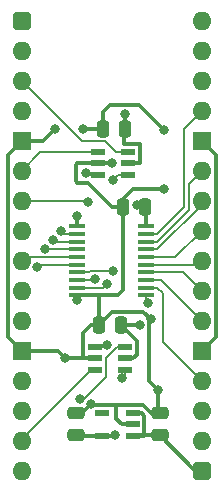
<source format=gtl>
%TF.GenerationSoftware,KiCad,Pcbnew,8.0.7*%
%TF.CreationDate,2025-01-07T18:02:57+02:00*%
%TF.ProjectId,Video Signals Output,56696465-6f20-4536-9967-6e616c73204f,V0*%
%TF.SameCoordinates,Original*%
%TF.FileFunction,Copper,L1,Top*%
%TF.FilePolarity,Positive*%
%FSLAX46Y46*%
G04 Gerber Fmt 4.6, Leading zero omitted, Abs format (unit mm)*
G04 Created by KiCad (PCBNEW 8.0.7) date 2025-01-07 18:02:57*
%MOMM*%
%LPD*%
G01*
G04 APERTURE LIST*
G04 Aperture macros list*
%AMRoundRect*
0 Rectangle with rounded corners*
0 $1 Rounding radius*
0 $2 $3 $4 $5 $6 $7 $8 $9 X,Y pos of 4 corners*
0 Add a 4 corners polygon primitive as box body*
4,1,4,$2,$3,$4,$5,$6,$7,$8,$9,$2,$3,0*
0 Add four circle primitives for the rounded corners*
1,1,$1+$1,$2,$3*
1,1,$1+$1,$4,$5*
1,1,$1+$1,$6,$7*
1,1,$1+$1,$8,$9*
0 Add four rect primitives between the rounded corners*
20,1,$1+$1,$2,$3,$4,$5,0*
20,1,$1+$1,$4,$5,$6,$7,0*
20,1,$1+$1,$6,$7,$8,$9,0*
20,1,$1+$1,$8,$9,$2,$3,0*%
G04 Aperture macros list end*
%TA.AperFunction,SMDPad,CuDef*%
%ADD10RoundRect,0.250000X0.250000X0.475000X-0.250000X0.475000X-0.250000X-0.475000X0.250000X-0.475000X0*%
%TD*%
%TA.AperFunction,SMDPad,CuDef*%
%ADD11R,1.475000X0.450000*%
%TD*%
%TA.AperFunction,SMDPad,CuDef*%
%ADD12RoundRect,0.250000X0.475000X-0.250000X0.475000X0.250000X-0.475000X0.250000X-0.475000X-0.250000X0*%
%TD*%
%TA.AperFunction,SMDPad,CuDef*%
%ADD13R,1.250000X0.600000*%
%TD*%
%TA.AperFunction,SMDPad,CuDef*%
%ADD14R,1.150000X0.600000*%
%TD*%
%TA.AperFunction,ComponentPad*%
%ADD15RoundRect,0.400000X-0.400000X-0.400000X0.400000X-0.400000X0.400000X0.400000X-0.400000X0.400000X0*%
%TD*%
%TA.AperFunction,ComponentPad*%
%ADD16O,1.600000X1.600000*%
%TD*%
%TA.AperFunction,ComponentPad*%
%ADD17R,1.600000X1.600000*%
%TD*%
%TA.AperFunction,ViaPad*%
%ADD18C,0.800000*%
%TD*%
%TA.AperFunction,Conductor*%
%ADD19C,0.380000*%
%TD*%
%TA.AperFunction,Conductor*%
%ADD20C,0.200000*%
%TD*%
G04 APERTURE END LIST*
D10*
%TO.P,C5,1*%
%TO.N,/3.3V*%
X8751000Y-9144000D03*
%TO.P,C5,2*%
%TO.N,/GND*%
X6851000Y-9144000D03*
%TD*%
D11*
%TO.P,IC1,1,~{OE}*%
%TO.N,/GND*%
X4682000Y-17395000D03*
%TO.P,IC1,2,D0*%
%TO.N,/Last Row + 1*%
X4682000Y-18045000D03*
%TO.P,IC1,3,D1*%
%TO.N,/First Row*%
X4682000Y-18695000D03*
%TO.P,IC1,4,D2*%
%TO.N,/Last Pixel + 1*%
X4682000Y-19345000D03*
%TO.P,IC1,5,D3*%
%TO.N,/First Pixel*%
X4682000Y-19995000D03*
%TO.P,IC1,6,D4*%
%TO.N,/Vertical Blank*%
X4682000Y-20645000D03*
%TO.P,IC1,7,D5*%
%TO.N,/Vertical Sync _{SEL}*%
X4682000Y-21295000D03*
%TO.P,IC1,8,D6*%
%TO.N,/Horizontal Blank*%
X4682000Y-21945000D03*
%TO.P,IC1,9,D7*%
%TO.N,/Horizontal Sync _{SEL}*%
X4682000Y-22595000D03*
%TO.P,IC1,10,GND*%
%TO.N,/GND*%
X4682000Y-23245000D03*
%TO.P,IC1,11,CP*%
%TO.N,/CLK*%
X10558000Y-23245000D03*
%TO.P,IC1,12,Q7*%
%TO.N,/Last Row + 1 _{HALF CYCLE}*%
X10558000Y-22595000D03*
%TO.P,IC1,13,Q6*%
%TO.N,/First Row _{HALF CYCLE}*%
X10558000Y-21945000D03*
%TO.P,IC1,14,Q5*%
%TO.N,/Last Pixel + 1 _{HALF CYCLE}*%
X10558000Y-21295000D03*
%TO.P,IC1,15,Q4*%
%TO.N,/First Pixel _{HALF CYCLE}*%
X10558000Y-20645000D03*
%TO.P,IC1,16,Q3*%
%TO.N,/Vertical Blank _{HALF CYCLE}*%
X10558000Y-19995000D03*
%TO.P,IC1,17,Q2*%
%TO.N,/Vertical Sync _{HALF CYCLE}*%
X10558000Y-19345000D03*
%TO.P,IC1,18,Q1*%
%TO.N,/Horizontal Blank _{HALF CYCLE}*%
X10558000Y-18695000D03*
%TO.P,IC1,19,Q0*%
%TO.N,/Horizontal Sync _{HALF CYCLE}*%
X10558000Y-18045000D03*
%TO.P,IC1,20,3V*%
%TO.N,/3.3V*%
X10558000Y-17395000D03*
%TD*%
D10*
%TO.P,C3,1*%
%TO.N,/3.3V*%
X10459000Y-15748000D03*
%TO.P,C3,2*%
%TO.N,/GND*%
X8559000Y-15748000D03*
%TD*%
%TO.P,C4,1*%
%TO.N,/3.3V*%
X8427000Y-25781000D03*
%TO.P,C4,2*%
%TO.N,/GND*%
X6527000Y-25781000D03*
%TD*%
D12*
%TO.P,C2,1*%
%TO.N,/3.3V*%
X4572000Y-35096999D03*
%TO.P,C2,2*%
%TO.N,/GND*%
X4572000Y-33196999D03*
%TD*%
%TO.P,C1,1*%
%TO.N,/5V*%
X11683999Y-35097000D03*
%TO.P,C1,2*%
%TO.N,/GND*%
X11683999Y-33197000D03*
%TD*%
D13*
%TO.P,IC3,1,I1*%
%TO.N,/~{Vertical Sync}*%
X6222000Y-27625000D03*
%TO.P,IC3,2,GND*%
%TO.N,/GND*%
X6222000Y-28575000D03*
%TO.P,IC3,3,I0*%
%TO.N,/Vertical Sync*%
X6222000Y-29525000D03*
%TO.P,IC3,4,Y*%
%TO.N,/Vertical Sync _{SEL}*%
X8722000Y-29525000D03*
%TO.P,IC3,5,3V*%
%TO.N,/3.3V*%
X8722000Y-28575000D03*
%TO.P,IC3,6,S*%
%TO.N,/Vertical Sync Polarity*%
X8722000Y-27625000D03*
%TD*%
D14*
%TO.P,IC4,1,6VIn*%
%TO.N,/5V*%
X9428000Y-35113000D03*
%TO.P,IC4,2,GND*%
%TO.N,/GND*%
X9428000Y-34163000D03*
%TO.P,IC4,3,EN*%
%TO.N,/5V*%
X9428000Y-33213000D03*
%TO.P,IC4,4,ADJ*%
%TO.N,unconnected-(IC4-ADJ-Pad4)*%
X6828000Y-33213000D03*
%TO.P,IC4,5,3.3VOut*%
%TO.N,/3.3V*%
X6828000Y-35113000D03*
%TD*%
D13*
%TO.P,IC2,1,I1*%
%TO.N,/~{Horizontal Sync}*%
X6476000Y-11115000D03*
%TO.P,IC2,2,GND*%
%TO.N,/GND*%
X6476000Y-12065000D03*
%TO.P,IC2,3,I0*%
%TO.N,/Horizontal Sync*%
X6476000Y-13015000D03*
%TO.P,IC2,4,Y*%
%TO.N,/Horizontal Sync _{SEL}*%
X8976000Y-13015000D03*
%TO.P,IC2,5,3V*%
%TO.N,/3.3V*%
X8976000Y-12065000D03*
%TO.P,IC2,6,S*%
%TO.N,/Horizontal Sync Polarity*%
X8976000Y-11115000D03*
%TD*%
D15*
%TO.P,J1,1,Pin_1*%
%TO.N,/5V*%
X0Y0D03*
D16*
%TO.P,J1,2,Pin_2*%
%TO.N,/CLK*%
X0Y-2540000D03*
%TO.P,J1,3,Pin_3*%
%TO.N,/Horizontal Sync Polarity*%
X0Y-5080000D03*
%TO.P,J1,4,Pin_4*%
%TO.N,/Horizontal Sync*%
X0Y-7620000D03*
D17*
%TO.P,J1,5,Pin_5*%
%TO.N,/GND*%
X0Y-10160000D03*
D16*
%TO.P,J1,6,Pin_6*%
%TO.N,/~{Horizontal Sync}*%
X0Y-12700000D03*
%TO.P,J1,7,Pin_7*%
%TO.N,/Horizontal Blank*%
X0Y-15240000D03*
%TO.P,J1,8,Pin_8*%
%TO.N,/Vertical Blank*%
X0Y-17780000D03*
%TO.P,J1,9,Pin_9*%
%TO.N,/First Pixel*%
X0Y-20320000D03*
%TO.P,J1,10,Pin_10*%
%TO.N,/Last Pixel + 1*%
X0Y-22860000D03*
%TO.P,J1,11,Pin_11*%
%TO.N,/First Row*%
X0Y-25400000D03*
D17*
%TO.P,J1,12,Pin_12*%
%TO.N,/GND*%
X0Y-27940000D03*
D16*
%TO.P,J1,13,Pin_13*%
%TO.N,/Last Row + 1*%
X0Y-30480000D03*
%TO.P,J1,14,Pin_14*%
%TO.N,/Vertical Sync Polarity*%
X0Y-33020000D03*
%TO.P,J1,15,Pin_15*%
%TO.N,/Vertical Sync*%
X0Y-35560000D03*
%TO.P,J1,16,Pin_16*%
%TO.N,/~{Vertical Sync}*%
X0Y-38100000D03*
D15*
%TO.P,J1,17,Pin_17*%
%TO.N,/5V*%
X15240000Y-38100000D03*
D16*
%TO.P,J1,18,Pin_18*%
%TO.N,unconnected-(J1-Pin_18-Pad18)*%
X15240000Y-35560000D03*
%TO.P,J1,19,Pin_19*%
%TO.N,unconnected-(J1-Pin_19-Pad19)*%
X15240000Y-33020000D03*
%TO.P,J1,20,Pin_20*%
%TO.N,/Last Row + 1 _{HALF CYCLE}*%
X15240000Y-30480000D03*
D17*
%TO.P,J1,21,Pin_21*%
%TO.N,/GND*%
X15240000Y-27940000D03*
D16*
%TO.P,J1,22,Pin_22*%
%TO.N,/First Row _{HALF CYCLE}*%
X15240000Y-25400000D03*
%TO.P,J1,23,Pin_23*%
%TO.N,/Last Pixel + 1 _{HALF CYCLE}*%
X15240000Y-22860000D03*
%TO.P,J1,24,Pin_24*%
%TO.N,/First Pixel _{HALF CYCLE}*%
X15240000Y-20320000D03*
%TO.P,J1,25,Pin_25*%
%TO.N,/Vertical Blank _{HALF CYCLE}*%
X15240000Y-17780000D03*
%TO.P,J1,26,Pin_26*%
%TO.N,/Vertical Sync _{HALF CYCLE}*%
X15240000Y-15240000D03*
%TO.P,J1,27,Pin_27*%
%TO.N,/Horizontal Blank _{HALF CYCLE}*%
X15240000Y-12700000D03*
D17*
%TO.P,J1,28,Pin_28*%
%TO.N,/GND*%
X15240000Y-10160000D03*
D16*
%TO.P,J1,29,Pin_29*%
%TO.N,/Horizontal Sync _{HALF CYCLE}*%
X15240000Y-7620000D03*
%TO.P,J1,30,Pin_30*%
%TO.N,unconnected-(J1-Pin_30-Pad30)*%
X15240000Y-5080000D03*
%TO.P,J1,31,Pin_31*%
%TO.N,unconnected-(J1-Pin_31-Pad31)*%
X15240000Y-2540000D03*
%TO.P,J1,32,Pin_32*%
%TO.N,unconnected-(J1-Pin_32-Pad32)*%
X15240000Y0D03*
%TD*%
D18*
%TO.N,/GND*%
X11557000Y-31242000D03*
X12065000Y-14224000D03*
X2794000Y-9144000D03*
X4699000Y-16510000D03*
X3683004Y-28574998D03*
X12065000Y-9271000D03*
X5207000Y-9144000D03*
X7620000Y-12065000D03*
X10922000Y-25273000D03*
X5889328Y-32423705D03*
X4699000Y-23622000D03*
%TO.N,/3.3V*%
X10005000Y-25781000D03*
X9779000Y-15621004D03*
X7874000Y-35052000D03*
X8760125Y-7902000D03*
%TO.N,/Last Row + 1*%
X3371943Y-17797709D03*
%TO.N,/First Row*%
X2668074Y-18540765D03*
%TO.N,/Last Pixel + 1*%
X2011466Y-19295000D03*
%TO.N,/Vertical Blank*%
X1311466Y-20828000D03*
%TO.N,/Vertical Sync _{SEL}*%
X8509000Y-30226000D03*
X7769000Y-21181418D03*
%TO.N,/Horizontal Blank*%
X5588000Y-15367000D03*
X6223000Y-21895000D03*
%TO.N,/Horizontal Sync _{SEL}*%
X7747000Y-13462000D03*
X7187500Y-22276500D03*
%TO.N,/Horizontal Sync*%
X5460994Y-12926000D03*
%TO.N,/~{Vertical Sync}*%
X7243752Y-27446785D03*
%TO.N,/Vertical Sync Polarity*%
X4952998Y-32004000D03*
%TO.N,/CLK*%
X10668000Y-23876000D03*
%TD*%
D19*
%TO.N,/5V*%
X10383000Y-35113000D02*
X9428000Y-35113000D01*
X11683999Y-35097000D02*
X9444000Y-35097000D01*
X10393000Y-33438244D02*
X10393000Y-35103000D01*
X10393000Y-35103000D02*
X10383000Y-35113000D01*
X10167756Y-33213000D02*
X10393000Y-33438244D01*
X9428000Y-33213000D02*
X10167756Y-33213000D01*
X14686999Y-38100000D02*
X11683999Y-35097000D01*
%TO.N,/GND*%
X10972000Y-33197000D02*
X11683999Y-33197000D01*
X6222000Y-28575000D02*
X3683006Y-28575000D01*
X1778000Y-10160000D02*
X2794000Y-9144000D01*
X6477000Y-23245000D02*
X4682000Y-23245000D01*
X-1190000Y-26750000D02*
X0Y-27940000D01*
X5207000Y-28448000D02*
X5334000Y-28575000D01*
X6851000Y-9144000D02*
X6851000Y-7754000D01*
X8559000Y-22810000D02*
X8124000Y-23245000D01*
X8001000Y-33691000D02*
X8001000Y-32523000D01*
X-1190000Y-11350000D02*
X-1190000Y-26750000D01*
X5988623Y-32523000D02*
X5889328Y-32423705D01*
X16430000Y-26750000D02*
X15240000Y-27940000D01*
X9428000Y-34163000D02*
X8473000Y-34163000D01*
X4699000Y-13716000D02*
X5588000Y-13716000D01*
X6851000Y-7754000D02*
X7493000Y-7112000D01*
X8473000Y-34163000D02*
X8001000Y-33691000D01*
X5207000Y-9144000D02*
X6851000Y-9144000D01*
X6476000Y-12065000D02*
X4699000Y-12065000D01*
X11557000Y-33070001D02*
X11557000Y-31242000D01*
X8124000Y-23245000D02*
X6477000Y-23245000D01*
X5207000Y-26416000D02*
X5207000Y-28448000D01*
X0Y-10160000D02*
X1778000Y-10160000D01*
X7642000Y-24666000D02*
X10315000Y-24666000D01*
X6527000Y-25781000D02*
X7642000Y-24666000D01*
X9906000Y-7112000D02*
X12065000Y-9271000D01*
X10795000Y-30480000D02*
X10795000Y-25400000D01*
X8001000Y-32523000D02*
X10298000Y-32523000D01*
X7493000Y-7112000D02*
X9906000Y-7112000D01*
X6527000Y-23295000D02*
X6477000Y-23245000D01*
X0Y-27940000D02*
X3048006Y-27940000D01*
X5588000Y-13716000D02*
X7620000Y-15748000D01*
X10315000Y-24666000D02*
X10922000Y-25273000D01*
X4572000Y-33196999D02*
X5116034Y-33196999D01*
X4572000Y-12192000D02*
X4572000Y-13589000D01*
X3048006Y-27940000D02*
X3683004Y-28574998D01*
X8559000Y-15063000D02*
X9398000Y-14224000D01*
X8559000Y-15748000D02*
X8559000Y-22810000D01*
X3683006Y-28575000D02*
X3683004Y-28574998D01*
X4699000Y-16510000D02*
X4699000Y-17378000D01*
X9398000Y-14224000D02*
X12065000Y-14224000D01*
X4699000Y-12065000D02*
X4572000Y-12192000D01*
X7620000Y-15748000D02*
X8559000Y-15748000D01*
X10298000Y-32523000D02*
X10972000Y-33197000D01*
X16430000Y-11350000D02*
X16430000Y-26750000D01*
X10795000Y-25400000D02*
X10922000Y-25273000D01*
X6527000Y-25781000D02*
X5842000Y-25781000D01*
X5842000Y-25781000D02*
X5207000Y-26416000D01*
X15240000Y-10160000D02*
X16430000Y-11350000D01*
X4572000Y-13589000D02*
X4699000Y-13716000D01*
X8559000Y-15748000D02*
X8559000Y-15063000D01*
X6476000Y-12065000D02*
X7620000Y-12065000D01*
X4699000Y-23622000D02*
X4699000Y-23262000D01*
X5116034Y-33196999D02*
X5889328Y-32423705D01*
X11557000Y-31242000D02*
X10795000Y-30480000D01*
X5334000Y-28575000D02*
X6222000Y-28575000D01*
X6527000Y-25781000D02*
X6527000Y-23295000D01*
X8001000Y-32523000D02*
X5988623Y-32523000D01*
X0Y-10160000D02*
X-1190000Y-11350000D01*
%TO.N,/3.3V*%
X8760125Y-9134875D02*
X8760125Y-7902000D01*
X10558000Y-17395000D02*
X10558000Y-15847000D01*
X8427000Y-25781000D02*
X9737000Y-27091000D01*
X9981000Y-12065000D02*
X9991000Y-12055000D01*
X6828000Y-35113000D02*
X7813000Y-35113000D01*
X8976000Y-12065000D02*
X9981000Y-12065000D01*
X8636000Y-10414000D02*
X8636000Y-9259000D01*
X9905996Y-15748000D02*
X9779000Y-15621004D01*
X9991000Y-12055000D02*
X9991000Y-10425000D01*
X9423771Y-28575000D02*
X8722000Y-28575000D01*
X6828000Y-35113000D02*
X4588001Y-35113000D01*
X8427000Y-25781000D02*
X10005000Y-25781000D01*
X9980000Y-10414000D02*
X8636000Y-10414000D01*
X7813000Y-35113000D02*
X7874000Y-35052000D01*
X9991000Y-10425000D02*
X9980000Y-10414000D01*
X9737000Y-27091000D02*
X9737000Y-28261771D01*
X9737000Y-28261771D02*
X9423771Y-28575000D01*
X10459000Y-15748000D02*
X9905996Y-15748000D01*
D20*
%TO.N,/Last Row + 1*%
X4682000Y-18045000D02*
X3619234Y-18045000D01*
X3619234Y-18045000D02*
X3371943Y-17797709D01*
%TO.N,/First Row*%
X2822309Y-18695000D02*
X2668074Y-18540765D01*
X4682000Y-18695000D02*
X2822309Y-18695000D01*
%TO.N,/Last Pixel + 1*%
X2061466Y-19345000D02*
X2011466Y-19295000D01*
X4682000Y-19345000D02*
X2061466Y-19345000D01*
%TO.N,/First Pixel*%
X4682000Y-19995000D02*
X325000Y-19995000D01*
%TO.N,/Vertical Blank*%
X1494466Y-20645000D02*
X1311466Y-20828000D01*
X4682000Y-20645000D02*
X1494466Y-20645000D01*
%TO.N,/Vertical Sync _{SEL}*%
X8722000Y-30013000D02*
X8509000Y-30226000D01*
X8722000Y-29525000D02*
X8722000Y-30013000D01*
X5842000Y-21181418D02*
X7769000Y-21181418D01*
X5728418Y-21295000D02*
X5842000Y-21181418D01*
X4682000Y-21295000D02*
X5728418Y-21295000D01*
%TO.N,/Horizontal Blank*%
X5461000Y-15240000D02*
X5588000Y-15367000D01*
X0Y-15240000D02*
X5461000Y-15240000D01*
X6173000Y-21945000D02*
X6223000Y-21895000D01*
X4682000Y-21945000D02*
X6173000Y-21945000D01*
%TO.N,/Horizontal Sync _{SEL}*%
X6869000Y-22595000D02*
X7187500Y-22276500D01*
X8976000Y-13015000D02*
X8194000Y-13015000D01*
X8194000Y-13015000D02*
X7747000Y-13462000D01*
X4682000Y-22595000D02*
X6869000Y-22595000D01*
%TO.N,/Horizontal Sync _{HALF CYCLE}*%
X11495500Y-18045000D02*
X13740000Y-15800500D01*
X10558000Y-18045000D02*
X11495500Y-18045000D01*
X13740000Y-15800500D02*
X13740000Y-9120000D01*
X13740000Y-9120000D02*
X15240000Y-7620000D01*
%TO.N,/Horizontal Blank _{HALF CYCLE}*%
X10558000Y-18695000D02*
X11495500Y-18695000D01*
X14140000Y-13800000D02*
X15240000Y-12700000D01*
X14140000Y-16050500D02*
X14140000Y-13800000D01*
X11495500Y-18695000D02*
X14140000Y-16050500D01*
%TO.N,/Vertical Sync _{HALF CYCLE}*%
X11495500Y-19345000D02*
X15240000Y-15600500D01*
X10558000Y-19345000D02*
X11495500Y-19345000D01*
%TO.N,/Vertical Blank _{HALF CYCLE}*%
X15240000Y-17780000D02*
X13025000Y-19995000D01*
X13025000Y-19995000D02*
X10558000Y-19995000D01*
%TO.N,/First Pixel _{HALF CYCLE}*%
X14915000Y-20645000D02*
X10558000Y-20645000D01*
%TO.N,/Last Pixel + 1 _{HALF CYCLE}*%
X13675000Y-21295000D02*
X10558000Y-21295000D01*
X15240000Y-22860000D02*
X13675000Y-21295000D01*
%TO.N,/First Row _{HALF CYCLE}*%
X10558000Y-21945000D02*
X11785000Y-21945000D01*
X11785000Y-21945000D02*
X15240000Y-25400000D01*
%TO.N,/Last Row + 1 _{HALF CYCLE}*%
X11938000Y-27178000D02*
X11938000Y-23037500D01*
X11495500Y-22595000D02*
X10558000Y-22595000D01*
X11938000Y-23037500D02*
X11495500Y-22595000D01*
X15240000Y-30480000D02*
X11938000Y-27178000D01*
%TO.N,/~{Horizontal Sync}*%
X6476000Y-11115000D02*
X1585000Y-11115000D01*
X1585000Y-11115000D02*
X0Y-12700000D01*
%TO.N,/Horizontal Sync*%
X6476000Y-13015000D02*
X5549994Y-13015000D01*
X5549994Y-13015000D02*
X5460994Y-12926000D01*
%TO.N,/Horizontal Sync Polarity*%
X8976000Y-11115000D02*
X8001000Y-11115000D01*
X7055000Y-10169000D02*
X5089000Y-10169000D01*
X8001000Y-11115000D02*
X7055000Y-10169000D01*
X5089000Y-10169000D02*
X0Y-5080000D01*
%TO.N,/~{Vertical Sync}*%
X7065537Y-27625000D02*
X7243752Y-27446785D01*
X6222000Y-27625000D02*
X7065537Y-27625000D01*
%TO.N,/Vertical Sync*%
X5890784Y-29525000D02*
X0Y-35415784D01*
%TO.N,/Vertical Sync Polarity*%
X7147000Y-28533487D02*
X7147000Y-30125000D01*
X8055487Y-27625000D02*
X7147000Y-28533487D01*
X8722000Y-27625000D02*
X8055487Y-27625000D01*
X7147000Y-30125000D02*
X5268000Y-32004000D01*
X5268000Y-32004000D02*
X4952998Y-32004000D01*
%TO.N,/CLK*%
X10558000Y-23245000D02*
X10558000Y-23766000D01*
X10558000Y-23766000D02*
X10668000Y-23876000D01*
%TD*%
M02*

</source>
